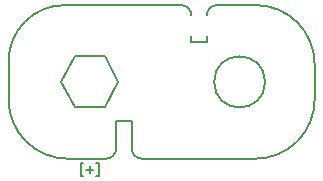
<source format=gbo>
G04 #@! TF.FileFunction,Legend,Bot*
%FSLAX46Y46*%
G04 Gerber Fmt 4.6, Leading zero omitted, Abs format (unit mm)*
G04 Created by KiCad (PCBNEW 4.0.6) date 07/28/17 12:18:36*
%MOMM*%
%LPD*%
G01*
G04 APERTURE LIST*
%ADD10C,0.100000*%
%ADD11C,0.150000*%
%ADD12C,0.127000*%
%ADD13C,3.216000*%
%ADD14R,1.651000X1.651000*%
%ADD15C,1.651000*%
%ADD16C,0.800000*%
G04 APERTURE END LIST*
D10*
D11*
X139876000Y-98656000D02*
X140576000Y-98656000D01*
X149736000Y-98656000D02*
X149036000Y-98656000D01*
X156056000Y-111656000D02*
X154626000Y-111656000D01*
X146426000Y-111656000D02*
X147166000Y-111656000D01*
X156041000Y-98656000D02*
X152791000Y-98656000D01*
X148336000Y-98656000D02*
X149036000Y-98656000D01*
X152786000Y-98651000D02*
G75*
G03X151926000Y-99511000I0J-860000D01*
G01*
X150601000Y-99516000D02*
G75*
G03X149741000Y-98656000I-860000J0D01*
G01*
X151921000Y-100296000D02*
X151921000Y-101816000D01*
X150601000Y-100286000D02*
X150601000Y-101806000D01*
X150601000Y-101816000D02*
X151921000Y-101816000D01*
X144241000Y-110006000D02*
X144241000Y-110796000D01*
X151921000Y-99546000D02*
X151921000Y-100336000D01*
X143391000Y-111656000D02*
X140041000Y-111656000D01*
X147136000Y-111656000D02*
X148376000Y-111656000D01*
X145561000Y-110796000D02*
G75*
G03X146421000Y-111656000I860000J0D01*
G01*
X145561000Y-110006000D02*
X145561000Y-110796000D01*
X145561000Y-108486000D02*
X145561000Y-110006000D01*
X144241000Y-108486000D02*
X144241000Y-110006000D01*
X150601000Y-99516000D02*
X150601000Y-100306000D01*
X144241000Y-110796000D02*
G75*
G02X143381000Y-111656000I-860000J0D01*
G01*
X144241000Y-108486000D02*
X145561000Y-108486000D01*
X143256000Y-107315000D02*
X144399000Y-105156000D01*
X144399000Y-105156000D02*
X143256000Y-102997000D01*
X140716000Y-107315000D02*
X143256000Y-107315000D01*
X140716000Y-102997000D02*
X143256000Y-102997000D01*
X140716000Y-107315000D02*
X139573000Y-105156000D01*
X139573000Y-105156000D02*
X140716000Y-102997000D01*
X156845000Y-105156000D02*
G75*
G03X156845000Y-105156000I-2159000J0D01*
G01*
X156041000Y-98656000D02*
G75*
G02X161041000Y-103656000I0J-5000000D01*
G01*
X161041000Y-106656000D02*
G75*
G02X156041000Y-111656000I-5000000J0D01*
G01*
X161041000Y-105156000D02*
X161041000Y-106656000D01*
X161041000Y-105156000D02*
X161041000Y-103656000D01*
X147631000Y-111656000D02*
X154631000Y-111656000D01*
X140586000Y-98656000D02*
X148336000Y-98656000D01*
X135131000Y-103406000D02*
G75*
G02X139881000Y-98656000I4750000J0D01*
G01*
X135131000Y-106656000D02*
X135131000Y-103406000D01*
X140131000Y-111656000D02*
G75*
G02X135131000Y-106656000I0J5000000D01*
G01*
D12*
X142566571Y-113120714D02*
X142748000Y-113120714D01*
X142748000Y-112032143D01*
X142566571Y-112032143D01*
X142276285Y-112576429D02*
X141695714Y-112576429D01*
X141986000Y-112866714D02*
X141986000Y-112286143D01*
X141405428Y-113120714D02*
X141223999Y-113120714D01*
X141223999Y-112032143D01*
X141405428Y-112032143D01*
%LPC*%
D13*
X141986000Y-105156000D03*
X154686000Y-105156000D03*
D14*
X151257000Y-100457000D03*
D15*
X151257000Y-97917000D03*
D16*
X159639000Y-105664000D03*
X159639000Y-108688000D03*
M02*

</source>
